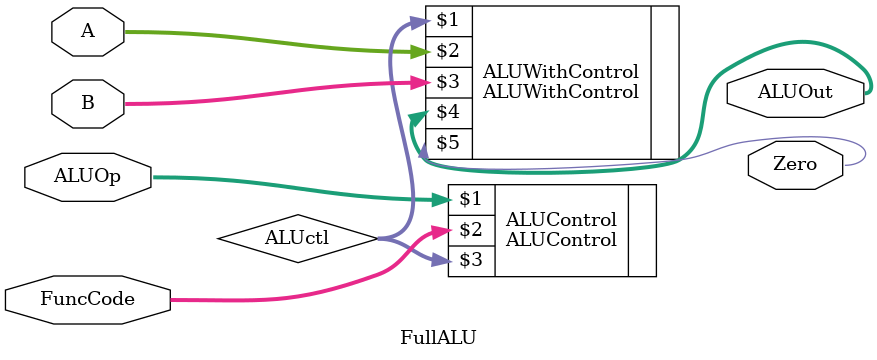
<source format=v>
`timescale 1ns / 1ps
module FullALU(
    ALUOp,
    FuncCode,
    A,
    B,
    ALUOut,
    Zero
    );
	 input [1:0] ALUOp;
    input [3:0] FuncCode;
    input [31:0] A;
    input [31:0] B;
    output [31:0] ALUOut;
    output Zero;
	 wire [3:0] ALUctl;
	 
	 
	 ALUControl ALUControl(ALUOp,FuncCode,ALUctl);
	 ALUWithControl ALUWithControl(ALUctl,A,B,ALUOut,Zero);


endmodule

</source>
